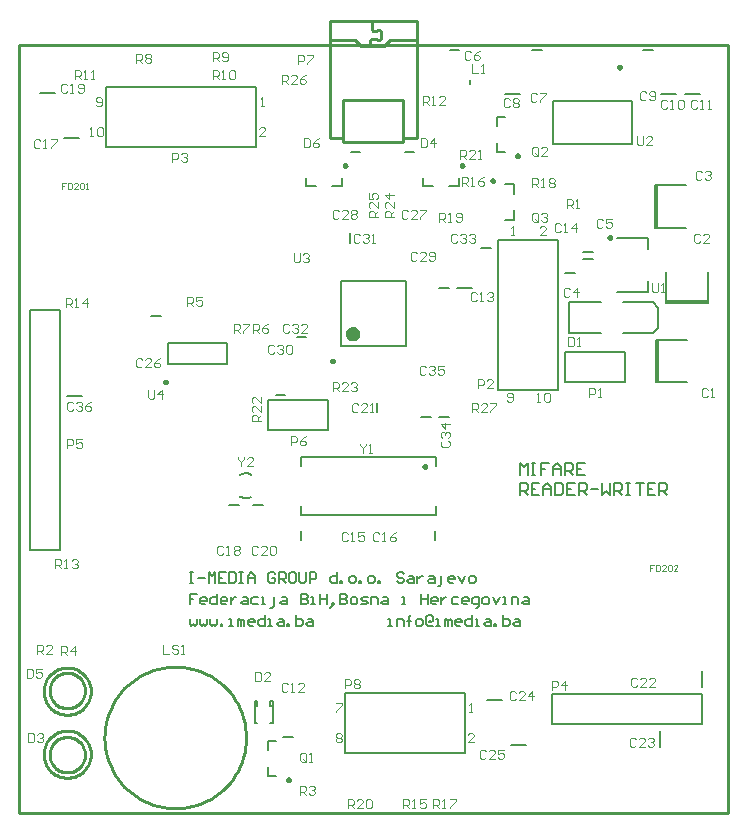
<source format=gto>
%FSDAX24Y24*%
%MOIN*%
%SFA1B1*%

%IPPOS*%
%ADD32C,0.010000*%
%ADD49C,0.009800*%
%ADD50C,0.007900*%
%ADD51C,0.023600*%
%ADD52C,0.008000*%
%ADD53C,0.003900*%
%ADD54C,0.004000*%
%LNde-300617-1*%
%LPD*%
G54D32*
X020112Y014900D02*
D01*
X020106Y015064*
X020089Y015228*
X020060Y015391*
X020020Y015551*
X019969Y015707*
X019907Y015860*
X019835Y016008*
X019753Y016151*
X019660Y016288*
X019559Y016418*
X019449Y016540*
X019330Y016655*
X019204Y016761*
X019070Y016858*
X018931Y016945*
X018785Y017022*
X018634Y017090*
X018479Y017146*
X018321Y017191*
X018160Y017226*
X017996Y017249*
X017832Y017260*
X017667*
X017503Y017249*
X017339Y017226*
X017178Y017191*
X017020Y017146*
X016865Y017090*
X016714Y017022*
X016568Y016945*
X016429Y016858*
X016295Y016761*
X016169Y016655*
X016050Y016540*
X015940Y016418*
X015839Y016288*
X015746Y016151*
X015664Y016008*
X015592Y015860*
X015530Y015707*
X015479Y015551*
X015439Y015391*
X015410Y015228*
X015393Y015064*
X015388Y014900*
X015393Y014735*
X015410Y014571*
X015439Y014408*
X015479Y014248*
X015530Y014092*
X015592Y013939*
X015664Y013791*
X015746Y013648*
X015839Y013511*
X015940Y013381*
X016050Y013259*
X016169Y013144*
X016295Y013038*
X016429Y012941*
X016569Y012854*
X016714Y012777*
X016865Y012709*
X017020Y012653*
X017178Y012608*
X017339Y012573*
X017503Y012550*
X017667Y012539*
X017832*
X017996Y012550*
X018160Y012573*
X018321Y012608*
X018479Y012653*
X018634Y012709*
X018785Y012777*
X018931Y012854*
X019070Y012941*
X019204Y013038*
X019330Y013144*
X019449Y013259*
X019559Y013381*
X019660Y013511*
X019753Y013648*
X019835Y013791*
X019907Y013939*
X019969Y014092*
X020020Y014248*
X020060Y014408*
X020089Y014571*
X020106Y014735*
X020112Y014900*
X014937Y016450D02*
D01*
X014935Y016504*
X014929Y016559*
X014919Y016613*
X014906Y016666*
X014889Y016719*
X014868Y016770*
X014844Y016819*
X014817Y016867*
X014786Y016912*
X014752Y016955*
X014716Y016996*
X014676Y017034*
X014634Y017070*
X014590Y017102*
X014543Y017131*
X014494Y017157*
X014444Y017179*
X014393Y017198*
X014340Y017213*
X014286Y017225*
X014232Y017232*
X014177Y017236*
X014122*
X014067Y017232*
X014013Y017225*
X013959Y017213*
X013906Y017198*
X013855Y017179*
X013805Y017157*
X013756Y017131*
X013709Y017102*
X013665Y017070*
X013623Y017034*
X013583Y016996*
X013547Y016955*
X013513Y016912*
X013482Y016867*
X013455Y016819*
X013431Y016770*
X013410Y016719*
X013393Y016666*
X013380Y016613*
X013370Y016559*
X013364Y016504*
X013363Y016450*
X013364Y016395*
X013370Y016340*
X013380Y016286*
X013393Y016233*
X013410Y016180*
X013431Y016129*
X013455Y016080*
X013482Y016032*
X013513Y015987*
X013547Y015944*
X013583Y015903*
X013623Y015865*
X013665Y015829*
X013709Y015797*
X013756Y015768*
X013805Y015742*
X013855Y015720*
X013906Y015701*
X013959Y015686*
X014013Y015674*
X014067Y015667*
X014122Y015663*
X014177*
X014232Y015667*
X014286Y015674*
X014340Y015686*
X014393Y015701*
X014444Y015720*
X014494Y015742*
X014543Y015768*
X014590Y015797*
X014634Y015829*
X014676Y015865*
X014716Y015903*
X014752Y015944*
X014786Y015987*
X014817Y016032*
X014844Y016080*
X014868Y016129*
X014889Y016180*
X014906Y016233*
X014919Y016286*
X014929Y016340*
X014935Y016395*
X014937Y016450*
X014741Y016469D02*
D01*
X014739Y016510*
X014735Y016551*
X014728Y016591*
X014718Y016631*
X014705Y016671*
X014689Y016709*
X014671Y016746*
X014651Y016782*
X014628Y016816*
X014602Y016848*
X014575Y016879*
X014545Y016908*
X014513Y016934*
X014480Y016958*
X014445Y016980*
X014409Y017000*
X014371Y017016*
X014332Y017031*
X014292Y017042*
X014252Y017051*
X014211Y017056*
X014170Y017059*
X014129*
X014088Y017056*
X014047Y017051*
X014007Y017042*
X013967Y017031*
X013928Y017016*
X013890Y017000*
X013854Y016980*
X013819Y016958*
X013786Y016934*
X013754Y016908*
X013724Y016879*
X013697Y016848*
X013671Y016816*
X013648Y016782*
X013628Y016746*
X013610Y016709*
X013594Y016671*
X013581Y016631*
X013571Y016591*
X013564Y016551*
X013560Y016510*
X013559Y016469*
X013560Y016427*
X013564Y016386*
X013571Y016346*
X013581Y016306*
X013594Y016266*
X013610Y016228*
X013628Y016191*
X013648Y016155*
X013671Y016121*
X013697Y016089*
X013724Y016058*
X013754Y016029*
X013786Y016003*
X013819Y015979*
X013854Y015957*
X013890Y015937*
X013928Y015921*
X013967Y015906*
X014007Y015895*
X014047Y015886*
X014088Y015881*
X014129Y015878*
X014170*
X014211Y015881*
X014252Y015886*
X014292Y015895*
X014332Y015906*
X014371Y015921*
X014409Y015937*
X014445Y015957*
X014480Y015979*
X014513Y016003*
X014545Y016029*
X014575Y016058*
X014602Y016089*
X014628Y016121*
X014651Y016155*
X014671Y016191*
X014689Y016228*
X014705Y016266*
X014718Y016306*
X014728Y016346*
X014735Y016386*
X014739Y016427*
X014741Y016469*
X014937Y014350D02*
D01*
X014935Y014404*
X014929Y014459*
X014919Y014513*
X014906Y014566*
X014889Y014619*
X014868Y014670*
X014844Y014719*
X014817Y014767*
X014786Y014812*
X014752Y014855*
X014716Y014896*
X014676Y014934*
X014634Y014970*
X014590Y015002*
X014543Y015031*
X014494Y015057*
X014444Y015079*
X014393Y015098*
X014340Y015113*
X014286Y015125*
X014232Y015132*
X014177Y015136*
X014122*
X014067Y015132*
X014013Y015125*
X013959Y015113*
X013906Y015098*
X013855Y015079*
X013805Y015057*
X013756Y015031*
X013709Y015002*
X013665Y014970*
X013623Y014934*
X013583Y014896*
X013547Y014855*
X013513Y014812*
X013482Y014767*
X013455Y014719*
X013431Y014670*
X013410Y014619*
X013393Y014566*
X013380Y014513*
X013370Y014459*
X013364Y014404*
X013363Y014350*
X013364Y014295*
X013370Y014240*
X013380Y014186*
X013393Y014133*
X013410Y014080*
X013431Y014029*
X013455Y013980*
X013482Y013932*
X013513Y013887*
X013547Y013844*
X013583Y013803*
X013623Y013765*
X013665Y013729*
X013709Y013697*
X013756Y013668*
X013805Y013642*
X013855Y013620*
X013906Y013601*
X013959Y013586*
X014013Y013574*
X014067Y013567*
X014122Y013563*
X014177*
X014232Y013567*
X014286Y013574*
X014340Y013586*
X014393Y013601*
X014444Y013620*
X014494Y013642*
X014543Y013668*
X014590Y013697*
X014634Y013729*
X014676Y013765*
X014716Y013803*
X014752Y013844*
X014786Y013887*
X014817Y013932*
X014844Y013980*
X014868Y014029*
X014889Y014080*
X014906Y014133*
X014919Y014186*
X014929Y014240*
X014935Y014295*
X014937Y014350*
X014741Y014331D02*
D01*
X014739Y014372*
X014735Y014413*
X014728Y014453*
X014718Y014493*
X014705Y014533*
X014689Y014571*
X014671Y014608*
X014651Y014644*
X014628Y014678*
X014602Y014710*
X014575Y014741*
X014545Y014770*
X014513Y014796*
X014480Y014820*
X014445Y014842*
X014409Y014862*
X014371Y014878*
X014332Y014893*
X014292Y014904*
X014252Y014913*
X014211Y014918*
X014170Y014921*
X014129*
X014088Y014918*
X014047Y014913*
X014007Y014904*
X013967Y014893*
X013928Y014878*
X013890Y014862*
X013854Y014842*
X013819Y014820*
X013786Y014796*
X013754Y014770*
X013724Y014741*
X013697Y014710*
X013671Y014678*
X013648Y014644*
X013628Y014608*
X013610Y014571*
X013594Y014533*
X013581Y014493*
X013571Y014453*
X013564Y014413*
X013560Y014372*
X013559Y014331*
X013560Y014289*
X013564Y014248*
X013571Y014208*
X013581Y014168*
X013594Y014128*
X013610Y014090*
X013628Y014053*
X013648Y014017*
X013671Y013983*
X013697Y013951*
X013724Y013920*
X013754Y013891*
X013786Y013865*
X013819Y013841*
X013854Y013819*
X013890Y013799*
X013928Y013783*
X013967Y013768*
X014007Y013757*
X014047Y013748*
X014088Y013743*
X014129Y013740*
X014170*
X014211Y013743*
X014252Y013748*
X014292Y013757*
X014332Y013768*
X014371Y013783*
X014409Y013799*
X014445Y013819*
X014480Y013841*
X014513Y013865*
X014545Y013891*
X014575Y013920*
X014602Y013951*
X014628Y013983*
X014651Y014017*
X014671Y014053*
X014689Y014090*
X014705Y014128*
X014718Y014168*
X014728Y014208*
X014735Y014248*
X014739Y014289*
X014741Y014331*
X023350Y034750D02*
X025350D01*
X023350D02*
Y035900D01*
Y036150*
X025350*
Y034750D02*
Y036150D01*
Y034900D02*
X025800D01*
X022900D02*
X023350D01*
X022900D02*
Y038778D01*
X025800Y034900D02*
Y038778D01*
X022900D02*
X025800D01*
X024900Y038150D02*
X025800D01*
X024700Y037950D02*
X024900Y038150D01*
X023950Y037950D02*
X024700D01*
X023750Y038150D02*
X023950Y037950D01*
X022900Y038150D02*
X023750D01*
X024250Y037950D02*
Y038150D01*
X024300Y038200*
X024450*
X024500Y038150*
X024550*
X024600Y038200*
Y038450*
X024550Y038500D02*
X024600Y038450D01*
X024500Y038500D02*
X024550D01*
X024450Y038450D02*
X024500Y038500D01*
X024350Y038450D02*
X024450D01*
X024300Y038500D02*
X024350Y038450D01*
X024300Y038500D02*
Y038778D01*
X012550Y012400D02*
Y037991D01*
X036172*
Y012400D02*
Y037991D01*
X012550Y012400D02*
X036172D01*
G54D49*
X017465Y026755D02*
D01*
X017464Y026758*
X017464Y026761*
X017463Y026765*
X017463Y026768*
X017462Y026771*
X017460Y026774*
X017459Y026778*
X017457Y026780*
X017455Y026783*
X017453Y026786*
X017451Y026789*
X017448Y026791*
X017446Y026793*
X017443Y026795*
X017440Y026797*
X017437Y026799*
X017434Y026800*
X017431Y026801*
X017427Y026802*
X017424Y026803*
X017421Y026803*
X017417Y026803*
X017414*
X017410Y026803*
X017407Y026803*
X017404Y026802*
X017400Y026801*
X017397Y026800*
X017394Y026799*
X017391Y026797*
X017388Y026795*
X017385Y026793*
X017383Y026791*
X017380Y026789*
X017378Y026786*
X017376Y026783*
X017374Y026780*
X017372Y026778*
X017371Y026774*
X017369Y026771*
X017368Y026768*
X017368Y026765*
X017367Y026761*
X017367Y026758*
X017367Y026755*
X017367Y026751*
X017367Y026748*
X017368Y026744*
X017368Y026741*
X017369Y026738*
X017371Y026735*
X017372Y026731*
X017374Y026729*
X017376Y026726*
X017378Y026723*
X017380Y026720*
X017383Y026718*
X017385Y026716*
X017388Y026714*
X017391Y026712*
X017394Y026710*
X017397Y026709*
X017400Y026708*
X017404Y026707*
X017407Y026706*
X017410Y026706*
X017414Y026706*
X017417*
X017421Y026706*
X017424Y026706*
X017427Y026707*
X017431Y026708*
X017434Y026709*
X017437Y026710*
X017440Y026712*
X017443Y026714*
X017446Y026716*
X017448Y026718*
X017451Y026720*
X017453Y026723*
X017455Y026726*
X017457Y026729*
X017459Y026731*
X017460Y026735*
X017462Y026738*
X017463Y026741*
X017463Y026744*
X017464Y026748*
X017464Y026751*
X017465Y026755*
X026119Y023930D02*
D01*
X026118Y023933*
X026118Y023936*
X026117Y023940*
X026117Y023943*
X026116Y023946*
X026114Y023949*
X026113Y023953*
X026111Y023955*
X026109Y023958*
X026107Y023961*
X026105Y023964*
X026102Y023966*
X026100Y023968*
X026097Y023970*
X026094Y023972*
X026091Y023974*
X026088Y023975*
X026085Y023976*
X026081Y023977*
X026078Y023978*
X026075Y023978*
X026071Y023978*
X026068*
X026064Y023978*
X026061Y023978*
X026058Y023977*
X026054Y023976*
X026051Y023975*
X026048Y023974*
X026045Y023972*
X026042Y023970*
X026039Y023968*
X026037Y023966*
X026034Y023964*
X026032Y023961*
X026030Y023958*
X026028Y023955*
X026026Y023953*
X026025Y023949*
X026023Y023946*
X026022Y023943*
X026022Y023940*
X026021Y023936*
X026021Y023933*
X026021Y023930*
X026021Y023926*
X026021Y023923*
X026022Y023919*
X026022Y023916*
X026023Y023913*
X026025Y023910*
X026026Y023906*
X026028Y023904*
X026030Y023901*
X026032Y023898*
X026034Y023895*
X026037Y023893*
X026039Y023891*
X026042Y023889*
X026045Y023887*
X026048Y023885*
X026051Y023884*
X026054Y023883*
X026058Y023882*
X026061Y023881*
X026064Y023881*
X026068Y023881*
X026071*
X026075Y023881*
X026078Y023881*
X026081Y023882*
X026085Y023883*
X026088Y023884*
X026091Y023885*
X026094Y023887*
X026097Y023889*
X026100Y023891*
X026102Y023893*
X026105Y023895*
X026107Y023898*
X026109Y023901*
X026111Y023904*
X026113Y023906*
X026114Y023910*
X026116Y023913*
X026117Y023916*
X026117Y023919*
X026118Y023923*
X026118Y023926*
X026119Y023930*
X032605Y037250D02*
D01*
X032604Y037253*
X032604Y037256*
X032603Y037260*
X032603Y037263*
X032602Y037266*
X032600Y037269*
X032599Y037273*
X032597Y037275*
X032595Y037278*
X032593Y037281*
X032591Y037284*
X032588Y037286*
X032586Y037288*
X032583Y037290*
X032580Y037292*
X032577Y037294*
X032574Y037295*
X032571Y037296*
X032567Y037297*
X032564Y037298*
X032561Y037298*
X032557Y037298*
X032554*
X032550Y037298*
X032547Y037298*
X032544Y037297*
X032540Y037296*
X032537Y037295*
X032534Y037294*
X032531Y037292*
X032528Y037290*
X032525Y037288*
X032523Y037286*
X032520Y037284*
X032518Y037281*
X032516Y037278*
X032514Y037275*
X032512Y037273*
X032511Y037269*
X032509Y037266*
X032508Y037263*
X032508Y037260*
X032507Y037256*
X032507Y037253*
X032507Y037250*
X032507Y037246*
X032507Y037243*
X032508Y037239*
X032508Y037236*
X032509Y037233*
X032511Y037230*
X032512Y037226*
X032514Y037224*
X032516Y037221*
X032518Y037218*
X032520Y037215*
X032523Y037213*
X032525Y037211*
X032528Y037209*
X032531Y037207*
X032534Y037205*
X032537Y037204*
X032540Y037203*
X032544Y037202*
X032547Y037201*
X032550Y037201*
X032554Y037201*
X032557*
X032561Y037201*
X032564Y037201*
X032567Y037202*
X032571Y037203*
X032574Y037204*
X032577Y037205*
X032580Y037207*
X032583Y037209*
X032586Y037211*
X032588Y037213*
X032591Y037215*
X032593Y037218*
X032595Y037221*
X032597Y037224*
X032599Y037226*
X032600Y037230*
X032602Y037233*
X032603Y037236*
X032603Y037239*
X032604Y037243*
X032604Y037246*
X032605Y037250*
X023041Y027456D02*
D01*
X023040Y027459*
X023040Y027462*
X023039Y027466*
X023039Y027469*
X023038Y027472*
X023036Y027475*
X023035Y027479*
X023033Y027481*
X023031Y027484*
X023029Y027487*
X023027Y027490*
X023024Y027492*
X023022Y027494*
X023019Y027496*
X023016Y027498*
X023013Y027500*
X023010Y027501*
X023007Y027502*
X023003Y027503*
X023000Y027504*
X022997Y027504*
X022993Y027504*
X022990*
X022986Y027504*
X022983Y027504*
X022980Y027503*
X022976Y027502*
X022973Y027501*
X022970Y027500*
X022967Y027498*
X022964Y027496*
X022961Y027494*
X022959Y027492*
X022956Y027490*
X022954Y027487*
X022952Y027484*
X022950Y027481*
X022948Y027479*
X022947Y027475*
X022945Y027472*
X022944Y027469*
X022944Y027466*
X022943Y027462*
X022943Y027459*
X022943Y027456*
X022943Y027452*
X022943Y027449*
X022944Y027445*
X022944Y027442*
X022945Y027439*
X022947Y027436*
X022948Y027432*
X022950Y027430*
X022952Y027427*
X022954Y027424*
X022956Y027421*
X022959Y027419*
X022961Y027417*
X022964Y027415*
X022967Y027413*
X022970Y027411*
X022973Y027410*
X022976Y027409*
X022980Y027408*
X022983Y027407*
X022986Y027407*
X022990Y027407*
X022993*
X022997Y027407*
X023000Y027407*
X023003Y027408*
X023007Y027409*
X023010Y027410*
X023013Y027411*
X023016Y027413*
X023019Y027415*
X023022Y027417*
X023024Y027419*
X023027Y027421*
X023029Y027424*
X023031Y027427*
X023033Y027430*
X023035Y027432*
X023036Y027436*
X023038Y027439*
X023039Y027442*
X023039Y027445*
X023040Y027449*
X023040Y027452*
X023041Y027456*
X032281Y031575D02*
D01*
X032280Y031578*
X032280Y031581*
X032279Y031585*
X032279Y031588*
X032278Y031591*
X032276Y031594*
X032275Y031598*
X032273Y031600*
X032271Y031603*
X032269Y031606*
X032267Y031609*
X032264Y031611*
X032262Y031613*
X032259Y031615*
X032256Y031617*
X032253Y031619*
X032250Y031620*
X032247Y031621*
X032243Y031622*
X032240Y031623*
X032237Y031623*
X032233Y031623*
X032230*
X032226Y031623*
X032223Y031623*
X032220Y031622*
X032216Y031621*
X032213Y031620*
X032210Y031619*
X032207Y031617*
X032204Y031615*
X032201Y031613*
X032199Y031611*
X032196Y031609*
X032194Y031606*
X032192Y031603*
X032190Y031600*
X032188Y031598*
X032187Y031594*
X032185Y031591*
X032184Y031588*
X032184Y031585*
X032183Y031581*
X032183Y031578*
X032183Y031575*
X032183Y031571*
X032183Y031568*
X032184Y031564*
X032184Y031561*
X032185Y031558*
X032187Y031555*
X032188Y031551*
X032190Y031549*
X032192Y031546*
X032194Y031543*
X032196Y031540*
X032199Y031538*
X032201Y031536*
X032204Y031534*
X032207Y031532*
X032210Y031530*
X032213Y031529*
X032216Y031528*
X032220Y031527*
X032223Y031526*
X032226Y031526*
X032230Y031526*
X032233*
X032237Y031526*
X032240Y031526*
X032243Y031527*
X032247Y031528*
X032250Y031529*
X032253Y031530*
X032256Y031532*
X032259Y031534*
X032262Y031536*
X032264Y031538*
X032267Y031540*
X032269Y031543*
X032271Y031546*
X032273Y031549*
X032275Y031551*
X032276Y031555*
X032278Y031558*
X032279Y031561*
X032279Y031564*
X032280Y031568*
X032280Y031571*
X032281Y031575*
X021563Y013491D02*
D01*
X021562Y013494*
X021562Y013497*
X021561Y013501*
X021561Y013504*
X021560Y013507*
X021558Y013510*
X021557Y013514*
X021555Y013516*
X021553Y013519*
X021551Y013522*
X021549Y013525*
X021546Y013527*
X021544Y013529*
X021541Y013531*
X021538Y013533*
X021535Y013535*
X021532Y013536*
X021529Y013537*
X021525Y013538*
X021522Y013539*
X021519Y013539*
X021515Y013539*
X021512*
X021508Y013539*
X021505Y013539*
X021502Y013538*
X021498Y013537*
X021495Y013536*
X021492Y013535*
X021489Y013533*
X021486Y013531*
X021483Y013529*
X021481Y013527*
X021478Y013525*
X021476Y013522*
X021474Y013519*
X021472Y013516*
X021470Y013514*
X021469Y013510*
X021467Y013507*
X021466Y013504*
X021466Y013501*
X021465Y013497*
X021465Y013494*
X021465Y013491*
X021465Y013487*
X021465Y013484*
X021466Y013480*
X021466Y013477*
X021467Y013474*
X021469Y013471*
X021470Y013467*
X021472Y013465*
X021474Y013462*
X021476Y013459*
X021478Y013456*
X021481Y013454*
X021483Y013452*
X021486Y013450*
X021489Y013448*
X021492Y013446*
X021495Y013445*
X021498Y013444*
X021502Y013443*
X021505Y013442*
X021508Y013442*
X021512Y013442*
X021515*
X021519Y013442*
X021522Y013442*
X021525Y013443*
X021529Y013444*
X021532Y013445*
X021535Y013446*
X021538Y013448*
X021541Y013450*
X021544Y013452*
X021546Y013454*
X021549Y013456*
X021551Y013459*
X021553Y013462*
X021555Y013465*
X021557Y013467*
X021558Y013471*
X021560Y013474*
X021561Y013477*
X021561Y013480*
X021562Y013484*
X021562Y013487*
X021563Y013491*
X028386Y033459D02*
D01*
X028385Y033462*
X028385Y033465*
X028384Y033469*
X028384Y033472*
X028383Y033475*
X028381Y033478*
X028380Y033482*
X028378Y033484*
X028376Y033487*
X028374Y033490*
X028372Y033493*
X028369Y033495*
X028367Y033497*
X028364Y033499*
X028361Y033501*
X028358Y033503*
X028355Y033504*
X028352Y033505*
X028348Y033506*
X028345Y033507*
X028342Y033507*
X028338Y033507*
X028335*
X028331Y033507*
X028328Y033507*
X028325Y033506*
X028321Y033505*
X028318Y033504*
X028315Y033503*
X028312Y033501*
X028309Y033499*
X028306Y033497*
X028304Y033495*
X028301Y033493*
X028299Y033490*
X028297Y033487*
X028295Y033484*
X028293Y033482*
X028292Y033478*
X028290Y033475*
X028289Y033472*
X028289Y033469*
X028288Y033465*
X028288Y033462*
X028288Y033459*
X028288Y033455*
X028288Y033452*
X028289Y033448*
X028289Y033445*
X028290Y033442*
X028292Y033439*
X028293Y033435*
X028295Y033433*
X028297Y033430*
X028299Y033427*
X028301Y033424*
X028304Y033422*
X028306Y033420*
X028309Y033418*
X028312Y033416*
X028315Y033414*
X028318Y033413*
X028321Y033412*
X028325Y033411*
X028328Y033410*
X028331Y033410*
X028335Y033410*
X028338*
X028342Y033410*
X028345Y033410*
X028348Y033411*
X028352Y033412*
X028355Y033413*
X028358Y033414*
X028361Y033416*
X028364Y033418*
X028367Y033420*
X028369Y033422*
X028372Y033424*
X028374Y033427*
X028376Y033430*
X028378Y033433*
X028380Y033435*
X028381Y033439*
X028383Y033442*
X028384Y033445*
X028384Y033448*
X028385Y033452*
X028385Y033455*
X028386Y033459*
X029213Y034291D02*
D01*
X029212Y034294*
X029212Y034297*
X029211Y034301*
X029211Y034304*
X029210Y034307*
X029208Y034310*
X029207Y034314*
X029205Y034316*
X029203Y034319*
X029201Y034322*
X029199Y034325*
X029196Y034327*
X029194Y034329*
X029191Y034331*
X029188Y034333*
X029185Y034335*
X029182Y034336*
X029179Y034337*
X029175Y034338*
X029172Y034339*
X029169Y034339*
X029165Y034339*
X029162*
X029158Y034339*
X029155Y034339*
X029152Y034338*
X029148Y034337*
X029145Y034336*
X029142Y034335*
X029139Y034333*
X029136Y034331*
X029133Y034329*
X029131Y034327*
X029128Y034325*
X029126Y034322*
X029124Y034319*
X029122Y034316*
X029120Y034314*
X029119Y034310*
X029117Y034307*
X029116Y034304*
X029116Y034301*
X029115Y034297*
X029115Y034294*
X029115Y034291*
X029115Y034287*
X029115Y034284*
X029116Y034280*
X029116Y034277*
X029117Y034274*
X029119Y034271*
X029120Y034267*
X029122Y034265*
X029124Y034262*
X029126Y034259*
X029128Y034256*
X029131Y034254*
X029133Y034252*
X029136Y034250*
X029139Y034248*
X029142Y034246*
X029145Y034245*
X029148Y034244*
X029152Y034243*
X029155Y034242*
X029158Y034242*
X029162Y034242*
X029165*
X029169Y034242*
X029172Y034242*
X029175Y034243*
X029179Y034244*
X029182Y034245*
X029185Y034246*
X029188Y034248*
X029191Y034250*
X029194Y034252*
X029196Y034254*
X029199Y034256*
X029201Y034259*
X029203Y034262*
X029205Y034265*
X029207Y034267*
X029208Y034271*
X029210Y034274*
X029211Y034277*
X029211Y034280*
X029212Y034284*
X029212Y034287*
X029213Y034291*
X027358Y033963D02*
D01*
X027357Y033966*
X027357Y033969*
X027356Y033973*
X027356Y033976*
X027355Y033979*
X027353Y033982*
X027352Y033986*
X027350Y033988*
X027348Y033991*
X027346Y033994*
X027344Y033997*
X027341Y033999*
X027339Y034001*
X027336Y034003*
X027333Y034005*
X027330Y034007*
X027327Y034008*
X027324Y034009*
X027320Y034010*
X027317Y034011*
X027314Y034011*
X027310Y034011*
X027307*
X027303Y034011*
X027300Y034011*
X027297Y034010*
X027293Y034009*
X027290Y034008*
X027287Y034007*
X027284Y034005*
X027281Y034003*
X027278Y034001*
X027276Y033999*
X027273Y033997*
X027271Y033994*
X027269Y033991*
X027267Y033988*
X027265Y033986*
X027264Y033982*
X027262Y033979*
X027261Y033976*
X027261Y033973*
X027260Y033969*
X027260Y033966*
X027260Y033963*
X027260Y033959*
X027260Y033956*
X027261Y033952*
X027261Y033949*
X027262Y033946*
X027264Y033943*
X027265Y033939*
X027267Y033937*
X027269Y033934*
X027271Y033931*
X027273Y033928*
X027276Y033926*
X027278Y033924*
X027281Y033922*
X027284Y033920*
X027287Y033918*
X027290Y033917*
X027293Y033916*
X027297Y033915*
X027300Y033914*
X027303Y033914*
X027307Y033914*
X027310*
X027314Y033914*
X027317Y033914*
X027320Y033915*
X027324Y033916*
X027327Y033917*
X027330Y033918*
X027333Y033920*
X027336Y033922*
X027339Y033924*
X027341Y033926*
X027344Y033928*
X027346Y033931*
X027348Y033934*
X027350Y033937*
X027352Y033939*
X027353Y033943*
X027355Y033946*
X027356Y033949*
X027356Y033952*
X027357Y033956*
X027357Y033959*
X027358Y033963*
X023458D02*
D01*
X023457Y033966*
X023457Y033969*
X023456Y033973*
X023456Y033976*
X023455Y033979*
X023453Y033982*
X023452Y033986*
X023450Y033988*
X023448Y033991*
X023446Y033994*
X023444Y033997*
X023441Y033999*
X023439Y034001*
X023436Y034003*
X023433Y034005*
X023430Y034007*
X023427Y034008*
X023424Y034009*
X023420Y034010*
X023417Y034011*
X023414Y034011*
X023410Y034011*
X023407*
X023403Y034011*
X023400Y034011*
X023397Y034010*
X023393Y034009*
X023390Y034008*
X023387Y034007*
X023384Y034005*
X023381Y034003*
X023378Y034001*
X023376Y033999*
X023373Y033997*
X023371Y033994*
X023369Y033991*
X023367Y033988*
X023365Y033986*
X023364Y033982*
X023362Y033979*
X023361Y033976*
X023361Y033973*
X023360Y033969*
X023360Y033966*
X023360Y033963*
X023360Y033959*
X023360Y033956*
X023361Y033952*
X023361Y033949*
X023362Y033946*
X023364Y033943*
X023365Y033939*
X023367Y033937*
X023369Y033934*
X023371Y033931*
X023373Y033928*
X023376Y033926*
X023378Y033924*
X023381Y033922*
X023384Y033920*
X023387Y033918*
X023390Y033917*
X023393Y033916*
X023397Y033915*
X023400Y033914*
X023403Y033914*
X023407Y033914*
X023410*
X023414Y033914*
X023417Y033914*
X023420Y033915*
X023424Y033916*
X023427Y033917*
X023430Y033918*
X023433Y033920*
X023436Y033922*
X023439Y033924*
X023441Y033926*
X023444Y033928*
X023446Y033931*
X023448Y033934*
X023450Y033937*
X023452Y033939*
X023453Y033943*
X023455Y033946*
X023456Y033949*
X023456Y033952*
X023457Y033956*
X023457Y033959*
X023458Y033963*
G54D50*
X019893Y022942D02*
D01*
X019918Y022928*
X019944Y022916*
X019971Y022906*
X019999Y022898*
X020027Y022892*
X020056Y022888*
X020085Y022886*
X020114Y022886*
X020142Y022888*
X020171Y022892*
X020199Y022898*
X020227Y022906*
X020254Y022916*
X020281Y022928*
X020288Y022932*
Y023668D02*
D01*
X020261Y023680*
X020234Y023690*
X020207Y023699*
X020179Y023705*
X020150Y023710*
X020122Y023712*
X020093Y023713*
X020064Y023711*
X020035Y023708*
X020007Y023702*
X019979Y023695*
X019952Y023685*
X019925Y023674*
X019900Y023661*
X019893Y023658*
X016943Y028969D02*
X017257D01*
X019484Y027346D02*
Y028054D01*
X017516Y027346D02*
Y028054D01*
X019484*
X017516Y027346D02*
X019484D01*
X026893Y037819D02*
X027207D01*
X027567Y036691D02*
Y036809D01*
X031343Y031081D02*
X031657D01*
X031343Y030869D02*
X031657D01*
X033855Y028565D02*
Y029235D01*
X033678Y029412D02*
X033855Y029235D01*
X033678Y028388D02*
X033855Y028565D01*
X030863Y029412D02*
X031926D01*
X030863Y028388D02*
X031926D01*
X030863D02*
Y029412D01*
X032674D02*
X033678D01*
X032674Y028388D02*
X033678D01*
X033728Y033309D02*
X034772D01*
X033728Y031891D02*
X034772D01*
X033728D02*
Y033309D01*
X033803Y031891D02*
Y033309D01*
X012900Y021150D02*
Y029150D01*
Y021150D02*
X013900D01*
Y029150*
X012900D02*
X013900D01*
X021956Y022335D02*
X026444D01*
X021956D02*
Y022631D01*
X026444Y023969D02*
Y024265D01*
X021956D02*
X026444D01*
X021956Y023969D02*
Y024265D01*
X026444Y022335D02*
Y022631D01*
X023569Y031393D02*
Y031707D01*
X030750Y026750D02*
X032750D01*
Y027750*
X030750D02*
X032750D01*
X030750Y026750D02*
Y027750D01*
X030300Y015350D02*
Y016350D01*
X035300*
X030300Y015350D02*
X035300D01*
Y016350*
X035298Y016594D02*
Y017106D01*
X032969Y034672D02*
Y036128D01*
X030331D02*
X032969D01*
X030331Y034672D02*
Y036128D01*
Y034672D02*
X032969D01*
X034744Y036352D02*
X035256D01*
X033944D02*
X034456D01*
X024481Y025743D02*
Y026057D01*
X020850Y026150D02*
X022850D01*
X020850Y025150D02*
Y026150D01*
Y025150D02*
X022850D01*
Y026150*
X026419Y021488D02*
Y021803D01*
X021931Y021488D02*
Y021803D01*
X019543Y022669D02*
X019857D01*
X020343D02*
X020657D01*
X021793Y028269D02*
X022107D01*
X021093Y026331D02*
X021407D01*
X023267Y027967D02*
X025433D01*
X023267Y030133D02*
X025433D01*
X023267Y027967D02*
Y030133D01*
X025433Y027967D02*
Y030133D01*
X027144Y029881D02*
X027656D01*
X026543D02*
X026857D01*
X026543Y025581D02*
X026857D01*
X025943D02*
X026257D01*
X014144Y026302D02*
X014656D01*
X023400Y014400D02*
Y016400D01*
X027400Y014400D02*
Y016400D01*
X023400Y014400D02*
X027400D01*
X023400Y016400D02*
X027400D01*
X028500Y026500D02*
X030500D01*
X028500Y031500D02*
X030500D01*
Y026500D02*
Y031500D01*
X028500Y026500D02*
Y031500D01*
X030743Y030381D02*
X031057D01*
X027943Y031219D02*
X028257D01*
X033902Y014594D02*
Y015106D01*
X032488Y031556D02*
X033512D01*
Y031181D02*
Y031556D01*
X032488Y029744D02*
X033512D01*
Y030119*
X034091Y029378D02*
Y030422D01*
X035509Y029378D02*
Y030422D01*
X034091Y029378D02*
X035509D01*
X034091Y029453D02*
X035509D01*
X033778Y028159D02*
X034822D01*
X033778Y026741D02*
X034822D01*
X033778D02*
Y028159D01*
X033853Y026741D02*
Y028159D01*
X028744Y036352D02*
X029256D01*
X029643Y037819D02*
X029957D01*
X033343D02*
X033657D01*
X020824Y014476D02*
Y014791D01*
X021100*
X020824Y013609D02*
Y013924D01*
Y013609D02*
X021100D01*
X023593Y034419D02*
X023907D01*
X025393D02*
X025707D01*
X028944Y014652D02*
X029456D01*
X028144Y016148D02*
X028656D01*
X013244Y036398D02*
X013756D01*
X014044Y034902D02*
X014556D01*
X015450Y034600D02*
Y036600D01*
X020450Y034600D02*
Y036600D01*
X015450Y034600D02*
X020450D01*
X015450Y036600D02*
X020450D01*
X029026Y032159D02*
Y032474D01*
X028750Y032159D02*
X029026D01*
Y033026D02*
Y033341D01*
X028750D02*
X029026D01*
X028474Y035276D02*
Y035591D01*
X028750*
X028474Y034409D02*
Y034724D01*
Y034409D02*
X028750D01*
X021343Y014931D02*
X021657D01*
X020917Y015967D02*
Y016124D01*
Y015967D02*
X020995D01*
X020405D02*
X020483D01*
Y016124*
X020405Y015376D02*
Y016124D01*
X020995Y015376D02*
Y016124D01*
X020405Y015376D02*
X020483D01*
X020405Y016124D02*
X020483D01*
X020917Y015376D02*
X020995D01*
X020917Y016124D02*
X020995D01*
X026009Y033274D02*
X026324D01*
X026009D02*
Y033550D01*
X026876Y033274D02*
X027191D01*
Y033550*
X022109Y033274D02*
X022424D01*
X022109D02*
Y033550D01*
X022976Y033274D02*
X023291D01*
Y033550*
G54D51*
X023779Y028361D02*
D01*
X023778Y028369*
X023777Y028377*
X023776Y028385*
X023774Y028393*
X023771Y028401*
X023768Y028408*
X023765Y028416*
X023761Y028423*
X023756Y028430*
X023751Y028436*
X023745Y028442*
X023739Y028448*
X023733Y028453*
X023726Y028458*
X023720Y028463*
X023712Y028467*
X023705Y028470*
X023697Y028473*
X023689Y028475*
X023681Y028477*
X023673Y028478*
X023665Y028478*
X023656*
X023648Y028478*
X023640Y028477*
X023632Y028475*
X023624Y028473*
X023616Y028470*
X023609Y028467*
X023602Y028463*
X023595Y028458*
X023588Y028453*
X023582Y028448*
X023576Y028442*
X023570Y028436*
X023565Y028430*
X023560Y028423*
X023556Y028416*
X023553Y028408*
X023550Y028401*
X023547Y028393*
X023545Y028385*
X023544Y028377*
X023543Y028369*
X023543Y028361*
X023543Y028352*
X023544Y028344*
X023545Y028336*
X023547Y028328*
X023550Y028320*
X023553Y028313*
X023556Y028305*
X023560Y028298*
X023565Y028291*
X023570Y028285*
X023576Y028279*
X023582Y028273*
X023588Y028268*
X023595Y028263*
X023602Y028258*
X023609Y028254*
X023616Y028251*
X023624Y028248*
X023632Y028246*
X023640Y028244*
X023648Y028243*
X023656Y028243*
X023665*
X023673Y028243*
X023681Y028244*
X023689Y028246*
X023697Y028248*
X023705Y028251*
X023712Y028254*
X023720Y028258*
X023726Y028263*
X023733Y028268*
X023739Y028273*
X023745Y028279*
X023751Y028285*
X023756Y028291*
X023761Y028298*
X023765Y028305*
X023768Y028313*
X023771Y028320*
X023774Y028328*
X023776Y028336*
X023777Y028344*
X023778Y028352*
X023779Y028361*
G54D52*
X029230Y023644D02*
Y024038D01*
X029361Y023907*
X029492Y024038*
Y023644*
X029624Y024038D02*
X029755D01*
X029689*
Y023644*
X029624*
X029755*
X030214Y024038D02*
X029952D01*
Y023841*
X030083*
X029952*
Y023644*
X030345D02*
Y023907D01*
X030476Y024038*
X030608Y023907*
Y023644*
Y023841*
X030345*
X030739Y023644D02*
Y024038D01*
X030935*
X031001Y023972*
Y023841*
X030935Y023775*
X030739*
X030870D02*
X031001Y023644D01*
X031395Y024038D02*
X031132D01*
Y023644*
X031395*
X031132Y023841D02*
X031263D01*
X029230Y022980D02*
Y023374D01*
X029427*
X029492Y023308*
Y023177*
X029427Y023111*
X029230*
X029361D02*
X029492Y022980D01*
X029886Y023374D02*
X029624D01*
Y022980*
X029886*
X029624Y023177D02*
X029755D01*
X030017Y022980D02*
Y023242D01*
X030148Y023374*
X030280Y023242*
Y022980*
Y023177*
X030017*
X030411Y023374D02*
Y022980D01*
X030608*
X030673Y023046*
Y023308*
X030608Y023374*
X030411*
X031067D02*
X030804D01*
Y022980*
X031067*
X030804Y023177D02*
X030935D01*
X031198Y022980D02*
Y023374D01*
X031395*
X031460Y023308*
Y023177*
X031395Y023111*
X031198*
X031329D02*
X031460Y022980D01*
X031591Y023177D02*
X031854D01*
X031985Y023374D02*
Y022980D01*
X032116Y023111*
X032247Y022980*
Y023374*
X032379Y022980D02*
Y023374D01*
X032575*
X032641Y023308*
Y023177*
X032575Y023111*
X032379*
X032510D02*
X032641Y022980D01*
X032772Y023374D02*
X032903D01*
X032838*
Y022980*
X032772*
X032903*
X033100Y023374D02*
X033363D01*
X033231*
Y022980*
X033756Y023374D02*
X033494D01*
Y022980*
X033756*
X033494Y023177D02*
X033625D01*
X033887Y022980D02*
Y023374D01*
X034084*
X034150Y023308*
Y023177*
X034084Y023111*
X033887*
X034018D02*
X034150Y022980D01*
X018230Y020406D02*
X018344D01*
X018287*
Y020064*
X018230*
X018344*
X018515Y020235D02*
X018744D01*
X018858Y020064D02*
Y020406D01*
X018972Y020292*
X019086Y020406*
Y020064*
X019428Y020406D02*
X019200D01*
Y020064*
X019428*
X019200Y020235D02*
X019314D01*
X019543Y020406D02*
Y020064D01*
X019714*
X019771Y020121*
Y020349*
X019714Y020406*
X019543*
X019885D02*
X019999D01*
X019942*
Y020064*
X019885*
X019999*
X020170D02*
Y020292D01*
X020284Y020406*
X020399Y020292*
Y020064*
Y020235*
X020170*
X021083Y020349D02*
X021026Y020406D01*
X020912*
X020855Y020349*
Y020121*
X020912Y020064*
X021026*
X021083Y020121*
Y020235*
X020969*
X021198Y020064D02*
Y020406D01*
X021369*
X021426Y020349*
Y020235*
X021369Y020178*
X021198*
X021312D02*
X021426Y020064D01*
X021711Y020406D02*
X021597D01*
X021540Y020349*
Y020121*
X021597Y020064*
X021711*
X021768Y020121*
Y020349*
X021711Y020406*
X021882D02*
Y020121D01*
X021939Y020064*
X022054*
X022111Y020121*
Y020406*
X022225Y020064D02*
Y020406D01*
X022396*
X022453Y020349*
Y020235*
X022396Y020178*
X022225*
X023138Y020406D02*
Y020064D01*
X022967*
X022910Y020121*
Y020235*
X022967Y020292*
X023138*
X023252Y020064D02*
Y020121D01*
X023309*
Y020064*
X023252*
X023594D02*
X023709D01*
X023766Y020121*
Y020235*
X023709Y020292*
X023594*
X023537Y020235*
Y020121*
X023594Y020064*
X023880D02*
Y020121D01*
X023937*
Y020064*
X023880*
X024222D02*
X024336D01*
X024393Y020121*
Y020235*
X024336Y020292*
X024222*
X024165Y020235*
Y020121*
X024222Y020064*
X024508D02*
Y020121D01*
X024565*
Y020064*
X024508*
X025364Y020349D02*
X025306Y020406D01*
X025192*
X025135Y020349*
Y020292*
X025192Y020235*
X025306*
X025364Y020178*
Y020121*
X025306Y020064*
X025192*
X025135Y020121*
X025535Y020292D02*
X025649D01*
X025706Y020235*
Y020064*
X025535*
X025478Y020121*
X025535Y020178*
X025706*
X025820Y020292D02*
Y020064D01*
Y020178*
X025877Y020235*
X025934Y020292*
X025991*
X026220D02*
X026334D01*
X026391Y020235*
Y020064*
X026220*
X026162Y020121*
X026220Y020178*
X026391*
X026505Y019950D02*
X026562D01*
X026619Y020007*
Y020292*
X027018Y020064D02*
X026904D01*
X026847Y020121*
Y020235*
X026904Y020292*
X027018*
X027076Y020235*
Y020178*
X026847*
X027190Y020292D02*
X027304Y020064D01*
X027418Y020292*
X027589Y020064D02*
X027703D01*
X027760Y020121*
Y020235*
X027703Y020292*
X027589*
X027532Y020235*
Y020121*
X027589Y020064*
X018458Y019689D02*
X018230D01*
Y019518*
X018344*
X018230*
Y019347*
X018744D02*
X018629D01*
X018572Y019404*
Y019518*
X018629Y019575*
X018744*
X018801Y019518*
Y019461*
X018572*
X019143Y019689D02*
Y019347D01*
X018972*
X018915Y019404*
Y019518*
X018972Y019575*
X019143*
X019428Y019347D02*
X019314D01*
X019257Y019404*
Y019518*
X019314Y019575*
X019428*
X019485Y019518*
Y019461*
X019257*
X019600Y019575D02*
Y019347D01*
Y019461*
X019657Y019518*
X019714Y019575*
X019771*
X019999D02*
X020113D01*
X020170Y019518*
Y019347*
X019999*
X019942Y019404*
X019999Y019461*
X020170*
X020513Y019575D02*
X020342D01*
X020284Y019518*
Y019404*
X020342Y019347*
X020513*
X020627D02*
X020741D01*
X020684*
Y019575*
X020627*
X020912Y019233D02*
X020969D01*
X021026Y019290*
Y019575*
X021312D02*
X021426D01*
X021483Y019518*
Y019347*
X021312*
X021255Y019404*
X021312Y019461*
X021483*
X021939Y019689D02*
Y019347D01*
X022111*
X022168Y019404*
Y019461*
X022111Y019518*
X021939*
X022111*
X022168Y019575*
Y019632*
X022111Y019689*
X021939*
X022282Y019347D02*
X022396D01*
X022339*
Y019575*
X022282*
X022567Y019689D02*
Y019347D01*
Y019518*
X022795*
Y019689*
Y019347*
X022967Y019290D02*
X023024Y019347D01*
Y019404*
X022967*
Y019347*
X023024*
X022967Y019290*
X022910Y019233*
X023252Y019689D02*
Y019347D01*
X023423*
X023480Y019404*
Y019461*
X023423Y019518*
X023252*
X023423*
X023480Y019575*
Y019632*
X023423Y019689*
X023252*
X023651Y019347D02*
X023766D01*
X023823Y019404*
Y019518*
X023766Y019575*
X023651*
X023594Y019518*
Y019404*
X023651Y019347*
X023937D02*
X024108D01*
X024165Y019404*
X024108Y019461*
X023994*
X023937Y019518*
X023994Y019575*
X024165*
X024279Y019347D02*
Y019575D01*
X024450*
X024508Y019518*
Y019347*
X024679Y019575D02*
X024793D01*
X024850Y019518*
Y019347*
X024679*
X024622Y019404*
X024679Y019461*
X024850*
X025306Y019347D02*
X025421D01*
X025364*
Y019575*
X025306*
X025934Y019689D02*
Y019347D01*
Y019518*
X026162*
Y019689*
Y019347*
X026448D02*
X026334D01*
X026277Y019404*
Y019518*
X026334Y019575*
X026448*
X026505Y019518*
Y019461*
X026277*
X026619Y019575D02*
Y019347D01*
Y019461*
X026676Y019518*
X026733Y019575*
X026790*
X027190D02*
X027018D01*
X026961Y019518*
Y019404*
X027018Y019347*
X027190*
X027475D02*
X027361D01*
X027304Y019404*
Y019518*
X027361Y019575*
X027475*
X027532Y019518*
Y019461*
X027304*
X027760Y019233D02*
X027817D01*
X027875Y019290*
Y019575*
X027703*
X027646Y019518*
Y019404*
X027703Y019347*
X027875*
X028046D02*
X028160D01*
X028217Y019404*
Y019518*
X028160Y019575*
X028046*
X027989Y019518*
Y019404*
X028046Y019347*
X028331Y019575D02*
X028445Y019347D01*
X028559Y019575*
X028673Y019347D02*
X028788D01*
X028731*
Y019575*
X028673*
X028959Y019347D02*
Y019575D01*
X029130*
X029187Y019518*
Y019347*
X029358Y019575D02*
X029472D01*
X029530Y019518*
Y019347*
X029358*
X029301Y019404*
X029358Y019461*
X029530*
X018230Y018858D02*
Y018687D01*
X018287Y018630*
X018344Y018687*
X018401Y018630*
X018458Y018687*
Y018858*
X018572D02*
Y018687D01*
X018629Y018630*
X018687Y018687*
X018744Y018630*
X018801Y018687*
Y018858*
X018915D02*
Y018687D01*
X018972Y018630*
X019029Y018687*
X019086Y018630*
X019143Y018687*
Y018858*
X019257Y018630D02*
Y018687D01*
X019314*
Y018630*
X019257*
X019543D02*
X019657D01*
X019600*
Y018858*
X019543*
X019828Y018630D02*
Y018858D01*
X019885*
X019942Y018801*
Y018630*
Y018801*
X019999Y018858*
X020056Y018801*
Y018630*
X020342D02*
X020227D01*
X020170Y018687*
Y018801*
X020227Y018858*
X020342*
X020399Y018801*
Y018744*
X020170*
X020741Y018972D02*
Y018630D01*
X020570*
X020513Y018687*
Y018801*
X020570Y018858*
X020741*
X020855Y018630D02*
X020969D01*
X020912*
Y018858*
X020855*
X021198D02*
X021312D01*
X021369Y018801*
Y018630*
X021198*
X021140Y018687*
X021198Y018744*
X021369*
X021483Y018630D02*
Y018687D01*
X021540*
Y018630*
X021483*
X021768Y018972D02*
Y018630D01*
X021939*
X021997Y018687*
Y018744*
Y018801*
X021939Y018858*
X021768*
X022168D02*
X022282D01*
X022339Y018801*
Y018630*
X022168*
X022111Y018687*
X022168Y018744*
X022339*
X024850Y018630D02*
X024964D01*
X024907*
Y018858*
X024850*
X025135Y018630D02*
Y018858D01*
X025306*
X025364Y018801*
Y018630*
X025535D02*
Y018915D01*
Y018801*
X025478*
X025592*
X025535*
Y018915*
X025592Y018972*
X025820Y018630D02*
X025934D01*
X025991Y018687*
Y018801*
X025934Y018858*
X025820*
X025763Y018801*
Y018687*
X025820Y018630*
X026277Y018744D02*
Y018801D01*
X026220*
Y018744*
X026277*
X026334Y018801*
Y018915*
X026277Y018972*
X026162*
X026105Y018915*
Y018687*
X026162Y018630*
X026334*
X026448D02*
X026562D01*
X026505*
Y018858*
X026448*
X026733Y018630D02*
Y018858D01*
X026790*
X026847Y018801*
Y018630*
Y018801*
X026904Y018858*
X026961Y018801*
Y018630*
X027247D02*
X027133D01*
X027076Y018687*
Y018801*
X027133Y018858*
X027247*
X027304Y018801*
Y018744*
X027076*
X027646Y018972D02*
Y018630D01*
X027475*
X027418Y018687*
Y018801*
X027475Y018858*
X027646*
X027760Y018630D02*
X027875D01*
X027817*
Y018858*
X027760*
X028103D02*
X028217D01*
X028274Y018801*
Y018630*
X028103*
X028046Y018687*
X028103Y018744*
X028274*
X028388Y018630D02*
Y018687D01*
X028445*
Y018630*
X028388*
X028673Y018972D02*
Y018630D01*
X028845*
X028902Y018687*
Y018744*
Y018801*
X028845Y018858*
X028673*
X029073D02*
X029187D01*
X029244Y018801*
Y018630*
X029073*
X029016Y018687*
X029073Y018744*
X029244*
G54D53*
X033703Y020647D02*
X033572D01*
Y020548*
X033638*
X033572*
Y020450*
X033769Y020647D02*
Y020450D01*
X033867*
X033900Y020483*
Y020614*
X033867Y020647*
X033769*
X034097Y020450D02*
X033966D01*
X034097Y020581*
Y020614*
X034064Y020647*
X033998*
X033966Y020614*
X034162D02*
X034195Y020647D01*
X034261*
X034294Y020614*
Y020483*
X034261Y020450*
X034195*
X034162Y020483*
Y020614*
X034490Y020450D02*
X034359D01*
X034490Y020581*
Y020614*
X034458Y020647*
X034392*
X034359Y020614*
X014103Y033397D02*
X013972D01*
Y033298*
X014038*
X013972*
Y033200*
X014169Y033397D02*
Y033200D01*
X014267*
X014300Y033233*
Y033364*
X014267Y033397*
X014169*
X014497Y033200D02*
X014366D01*
X014497Y033331*
Y033364*
X014464Y033397*
X014398*
X014366Y033364*
X014562D02*
X014595Y033397D01*
X014661*
X014694Y033364*
Y033233*
X014661Y033200*
X014595*
X014562Y033233*
Y033364*
X014759Y033200D02*
X014825D01*
X014792*
Y033397*
X014759Y033364*
G54D54*
X027650Y025750D02*
Y026050D01*
X027800*
X027850Y026000*
Y025900*
X027800Y025850*
X027650*
X027750D02*
X027850Y025750D01*
X028150D02*
X027950D01*
X028150Y025950*
Y026000*
X028100Y026050*
X028000*
X027950Y026000*
X028250Y026050D02*
X028450D01*
Y026000*
X028250Y025800*
Y025750*
X014350Y026050D02*
X014300Y026100D01*
X014200*
X014150Y026050*
Y025850*
X014200Y025800*
X014300*
X014350Y025850*
X014450Y026050D02*
X014500Y026100D01*
X014600*
X014650Y026050*
Y026000*
X014600Y025950*
X014550*
X014600*
X014650Y025900*
Y025850*
X014600Y025800*
X014500*
X014450Y025850*
X014950Y026100D02*
X014850Y026050D01*
X014750Y025950*
Y025850*
X014800Y025800*
X014900*
X014950Y025850*
Y025900*
X014900Y025950*
X014750*
X035500Y026500D02*
X035450Y026550D01*
X035350*
X035300Y026500*
Y026300*
X035350Y026250*
X035450*
X035500Y026300*
X035600Y026250D02*
X035700D01*
X035650*
Y026550*
X035600Y026500*
X035250Y031650D02*
X035200Y031700D01*
X035100*
X035050Y031650*
Y031450*
X035100Y031400*
X035200*
X035250Y031450*
X035550Y031400D02*
X035350D01*
X035550Y031600*
Y031650*
X035500Y031700*
X035400*
X035350Y031650*
X035300Y033750D02*
X035250Y033800D01*
X035150*
X035100Y033750*
Y033550*
X035150Y033500*
X035250*
X035300Y033550*
X035400Y033750D02*
X035450Y033800D01*
X035550*
X035600Y033750*
Y033700*
X035550Y033650*
X035500*
X035550*
X035600Y033600*
Y033550*
X035550Y033500*
X035450*
X035400Y033550*
X030900Y029850D02*
X030850Y029900D01*
X030750*
X030700Y029850*
Y029650*
X030750Y029600*
X030850*
X030900Y029650*
X031150Y029600D02*
Y029900D01*
X031000Y029750*
X031200*
X032000Y032150D02*
X031950Y032200D01*
X031850*
X031800Y032150*
Y031950*
X031850Y031900*
X031950*
X032000Y031950*
X032300Y032200D02*
X032100D01*
Y032050*
X032200Y032100*
X032250*
X032300Y032050*
Y031950*
X032250Y031900*
X032150*
X032100Y031950*
X027600Y037750D02*
X027550Y037800D01*
X027450*
X027400Y037750*
Y037550*
X027450Y037500*
X027550*
X027600Y037550*
X027900Y037800D02*
X027800Y037750D01*
X027700Y037650*
Y037550*
X027750Y037500*
X027850*
X027900Y037550*
Y037600*
X027850Y037650*
X027700*
X029800Y036350D02*
X029750Y036400D01*
X029650*
X029600Y036350*
Y036150*
X029650Y036100*
X029750*
X029800Y036150*
X029900Y036400D02*
X030100D01*
Y036350*
X029900Y036150*
Y036100*
X028900Y036161D02*
X028850Y036211D01*
X028750*
X028700Y036161*
Y035961*
X028750Y035911*
X028850*
X028900Y035961*
X029000Y036161D02*
X029050Y036211D01*
X029150*
X029200Y036161*
Y036111*
X029150Y036061*
X029200Y036011*
Y035961*
X029150Y035911*
X029050*
X029000Y035961*
Y036011*
X029050Y036061*
X029000Y036111*
Y036161*
X029050Y036061D02*
X029150D01*
X033450Y036400D02*
X033400Y036450D01*
X033300*
X033250Y036400*
Y036200*
X033300Y036150*
X033400*
X033450Y036200*
X033550D02*
X033600Y036150D01*
X033700*
X033750Y036200*
Y036400*
X033700Y036450*
X033600*
X033550Y036400*
Y036350*
X033600Y036300*
X033750*
X034150Y036111D02*
X034100Y036161D01*
X034000*
X033950Y036111*
Y035911*
X034000Y035861*
X034100*
X034150Y035911*
X034250Y035861D02*
X034350D01*
X034300*
Y036161*
X034250Y036111*
X034500D02*
X034550Y036161D01*
X034650*
X034700Y036111*
Y035911*
X034650Y035861*
X034550*
X034500Y035911*
Y036111*
X035150D02*
X035100Y036161D01*
X035000*
X034950Y036111*
Y035911*
X035000Y035861*
X035100*
X035150Y035911*
X035250Y035861D02*
X035350D01*
X035300*
Y036161*
X035250Y036111*
X035500Y035861D02*
X035600D01*
X035550*
Y036161*
X035500Y036111*
X021500Y016680D02*
X021450Y016730D01*
X021350*
X021300Y016680*
Y016480*
X021350Y016430*
X021450*
X021500Y016480*
X021600Y016430D02*
X021700D01*
X021650*
Y016730*
X021600Y016680*
X022050Y016430D02*
X021850D01*
X022050Y016630*
Y016680*
X022000Y016730*
X021900*
X021850Y016680*
X027800Y029700D02*
X027750Y029750D01*
X027650*
X027600Y029700*
Y029500*
X027650Y029450*
X027750*
X027800Y029500*
X027900Y029450D02*
X028000D01*
X027950*
Y029750*
X027900Y029700*
X028150D02*
X028200Y029750D01*
X028300*
X028350Y029700*
Y029650*
X028300Y029600*
X028250*
X028300*
X028350Y029550*
Y029500*
X028300Y029450*
X028200*
X028150Y029500*
X030600Y032000D02*
X030550Y032050D01*
X030450*
X030400Y032000*
Y031800*
X030450Y031750*
X030550*
X030600Y031800*
X030700Y031750D02*
X030800D01*
X030750*
Y032050*
X030700Y032000*
X031100Y031750D02*
Y032050D01*
X030950Y031900*
X031150*
X023500Y021700D02*
X023450Y021750D01*
X023350*
X023300Y021700*
Y021500*
X023350Y021450*
X023450*
X023500Y021500*
X023600Y021450D02*
X023700D01*
X023650*
Y021750*
X023600Y021700*
X024050Y021750D02*
X023850D01*
Y021600*
X023950Y021650*
X024000*
X024050Y021600*
Y021500*
X024000Y021450*
X023900*
X023850Y021500*
X024550Y021700D02*
X024500Y021750D01*
X024400*
X024350Y021700*
Y021500*
X024400Y021450*
X024500*
X024550Y021500*
X024650Y021450D02*
X024750D01*
X024700*
Y021750*
X024650Y021700*
X025100Y021750D02*
X025000Y021700D01*
X024900Y021600*
Y021500*
X024950Y021450*
X025050*
X025100Y021500*
Y021550*
X025050Y021600*
X024900*
X013250Y034800D02*
X013200Y034850D01*
X013100*
X013050Y034800*
Y034600*
X013100Y034550*
X013200*
X013250Y034600*
X013350Y034550D02*
X013450D01*
X013400*
Y034850*
X013350Y034800*
X013600Y034850D02*
X013800D01*
Y034800*
X013600Y034600*
Y034550*
X019350Y021250D02*
X019300Y021300D01*
X019200*
X019150Y021250*
Y021050*
X019200Y021000*
X019300*
X019350Y021050*
X019450Y021000D02*
X019550D01*
X019500*
Y021300*
X019450Y021250*
X019700D02*
X019750Y021300D01*
X019850*
X019900Y021250*
Y021200*
X019850Y021150*
X019900Y021100*
Y021050*
X019850Y021000*
X019750*
X019700Y021050*
Y021100*
X019750Y021150*
X019700Y021200*
Y021250*
X019750Y021150D02*
X019850D01*
X014150Y036650D02*
X014100Y036700D01*
X014000*
X013950Y036650*
Y036450*
X014000Y036400*
X014100*
X014150Y036450*
X014250Y036400D02*
X014350D01*
X014300*
Y036700*
X014250Y036650*
X014500Y036450D02*
X014550Y036400D01*
X014650*
X014700Y036450*
Y036650*
X014650Y036700*
X014550*
X014500Y036650*
Y036600*
X014550Y036550*
X014700*
X020500Y021250D02*
X020450Y021300D01*
X020350*
X020300Y021250*
Y021050*
X020350Y021000*
X020450*
X020500Y021050*
X020800Y021000D02*
X020600D01*
X020800Y021200*
Y021250*
X020750Y021300*
X020650*
X020600Y021250*
X020900D02*
X020950Y021300D01*
X021050*
X021100Y021250*
Y021050*
X021050Y021000*
X020950*
X020900Y021050*
Y021250*
X023850Y026000D02*
X023800Y026050D01*
X023700*
X023650Y026000*
Y025800*
X023700Y025750*
X023800*
X023850Y025800*
X024150Y025750D02*
X023950D01*
X024150Y025950*
Y026000*
X024100Y026050*
X024000*
X023950Y026000*
X024250Y025750D02*
X024350D01*
X024300*
Y026050*
X024250Y026000*
X033150Y016850D02*
X033100Y016900D01*
X033000*
X032950Y016850*
Y016650*
X033000Y016600*
X033100*
X033150Y016650*
X033450Y016600D02*
X033250D01*
X033450Y016800*
Y016850*
X033400Y016900*
X033300*
X033250Y016850*
X033750Y016600D02*
X033550D01*
X033750Y016800*
Y016850*
X033700Y016900*
X033600*
X033550Y016850*
X033100Y014850D02*
X033050Y014900D01*
X032950*
X032900Y014850*
Y014650*
X032950Y014600*
X033050*
X033100Y014650*
X033400Y014600D02*
X033200D01*
X033400Y014800*
Y014850*
X033350Y014900*
X033250*
X033200Y014850*
X033500D02*
X033550Y014900D01*
X033650*
X033700Y014850*
Y014800*
X033650Y014750*
X033600*
X033650*
X033700Y014700*
Y014650*
X033650Y014600*
X033550*
X033500Y014650*
X029100Y016400D02*
X029050Y016450D01*
X028950*
X028900Y016400*
Y016200*
X028950Y016150*
X029050*
X029100Y016200*
X029400Y016150D02*
X029200D01*
X029400Y016350*
Y016400*
X029350Y016450*
X029250*
X029200Y016400*
X029650Y016150D02*
Y016450D01*
X029500Y016300*
X029700*
X028100Y014450D02*
X028050Y014500D01*
X027950*
X027900Y014450*
Y014250*
X027950Y014200*
X028050*
X028100Y014250*
X028400Y014200D02*
X028200D01*
X028400Y014400*
Y014450*
X028350Y014500*
X028250*
X028200Y014450*
X028700Y014500D02*
X028500D01*
Y014350*
X028600Y014400*
X028650*
X028700Y014350*
Y014250*
X028650Y014200*
X028550*
X028500Y014250*
X016650Y027500D02*
X016600Y027550D01*
X016500*
X016450Y027500*
Y027300*
X016500Y027250*
X016600*
X016650Y027300*
X016950Y027250D02*
X016750D01*
X016950Y027450*
Y027500*
X016900Y027550*
X016800*
X016750Y027500*
X017250Y027550D02*
X017150Y027500D01*
X017050Y027400*
Y027300*
X017100Y027250*
X017200*
X017250Y027300*
Y027350*
X017200Y027400*
X017050*
X025500Y032450D02*
X025450Y032500D01*
X025350*
X025300Y032450*
Y032250*
X025350Y032200*
X025450*
X025500Y032250*
X025800Y032200D02*
X025600D01*
X025800Y032400*
Y032450*
X025750Y032500*
X025650*
X025600Y032450*
X025900Y032500D02*
X026100D01*
Y032450*
X025900Y032250*
Y032200*
X023200Y032450D02*
X023150Y032500D01*
X023050*
X023000Y032450*
Y032250*
X023050Y032200*
X023150*
X023200Y032250*
X023500Y032200D02*
X023300D01*
X023500Y032400*
Y032450*
X023450Y032500*
X023350*
X023300Y032450*
X023600D02*
X023650Y032500D01*
X023750*
X023800Y032450*
Y032400*
X023750Y032350*
X023800Y032300*
Y032250*
X023750Y032200*
X023650*
X023600Y032250*
Y032300*
X023650Y032350*
X023600Y032400*
Y032450*
X023650Y032350D02*
X023750D01*
X025800Y031050D02*
X025750Y031100D01*
X025650*
X025600Y031050*
Y030850*
X025650Y030800*
X025750*
X025800Y030850*
X026100Y030800D02*
X025900D01*
X026100Y031000*
Y031050*
X026050Y031100*
X025950*
X025900Y031050*
X026200Y030850D02*
X026250Y030800D01*
X026350*
X026400Y030850*
Y031050*
X026350Y031100*
X026250*
X026200Y031050*
Y031000*
X026250Y030950*
X026400*
X021050Y027950D02*
X021000Y028000D01*
X020900*
X020850Y027950*
Y027750*
X020900Y027700*
X021000*
X021050Y027750*
X021150Y027950D02*
X021200Y028000D01*
X021300*
X021350Y027950*
Y027900*
X021300Y027850*
X021250*
X021300*
X021350Y027800*
Y027750*
X021300Y027700*
X021200*
X021150Y027750*
X021450Y027950D02*
X021500Y028000D01*
X021600*
X021650Y027950*
Y027750*
X021600Y027700*
X021500*
X021450Y027750*
Y027950*
X023900Y031650D02*
X023850Y031700D01*
X023750*
X023700Y031650*
Y031450*
X023750Y031400*
X023850*
X023900Y031450*
X024000Y031650D02*
X024050Y031700D01*
X024150*
X024200Y031650*
Y031600*
X024150Y031550*
X024100*
X024150*
X024200Y031500*
Y031450*
X024150Y031400*
X024050*
X024000Y031450*
X024300Y031400D02*
X024400D01*
X024350*
Y031700*
X024300Y031650*
X021550Y028650D02*
X021500Y028700D01*
X021400*
X021350Y028650*
Y028450*
X021400Y028400*
X021500*
X021550Y028450*
X021650Y028650D02*
X021700Y028700D01*
X021800*
X021850Y028650*
Y028600*
X021800Y028550*
X021750*
X021800*
X021850Y028500*
Y028450*
X021800Y028400*
X021700*
X021650Y028450*
X022150Y028400D02*
X021950D01*
X022150Y028600*
Y028650*
X022100Y028700*
X022000*
X021950Y028650*
X027150Y031650D02*
X027100Y031700D01*
X027000*
X026950Y031650*
Y031450*
X027000Y031400*
X027100*
X027150Y031450*
X027250Y031650D02*
X027300Y031700D01*
X027400*
X027450Y031650*
Y031600*
X027400Y031550*
X027350*
X027400*
X027450Y031500*
Y031450*
X027400Y031400*
X027300*
X027250Y031450*
X027550Y031650D02*
X027600Y031700D01*
X027700*
X027750Y031650*
Y031600*
X027700Y031550*
X027650*
X027700*
X027750Y031500*
Y031450*
X027700Y031400*
X027600*
X027550Y031450*
X026650Y024800D02*
X026600Y024750D01*
Y024650*
X026650Y024600*
X026850*
X026900Y024650*
Y024750*
X026850Y024800*
X026650Y024900D02*
X026600Y024950D01*
Y025050*
X026650Y025100*
X026700*
X026750Y025050*
Y025000*
Y025050*
X026800Y025100*
X026850*
X026900Y025050*
Y024950*
X026850Y024900*
X026900Y025350D02*
X026600D01*
X026750Y025200*
Y025400*
X026094Y027240D02*
X026045Y027290D01*
X025945*
X025895Y027240*
Y027040*
X025945Y026990*
X026045*
X026094Y027040*
X026194Y027240D02*
X026244Y027290D01*
X026344*
X026394Y027240*
Y027190*
X026344Y027140*
X026294*
X026344*
X026394Y027090*
Y027040*
X026344Y026990*
X026244*
X026194Y027040*
X026694Y027290D02*
X026494D01*
Y027140*
X026594Y027190*
X026644*
X026694Y027140*
Y027040*
X026644Y026990*
X026544*
X026494Y027040*
X030850Y028250D02*
Y027950D01*
X031000*
X031050Y028000*
Y028200*
X031000Y028250*
X030850*
X031150Y027950D02*
X031250D01*
X031200*
Y028250*
X031150Y028200*
X020410Y017080D02*
Y016780D01*
X020560*
X020610Y016830*
Y017030*
X020560Y017080*
X020410*
X020910Y016780D02*
X020710D01*
X020910Y016980*
Y017030*
X020860Y017080*
X020760*
X020710Y017030*
X012850Y015050D02*
Y014750D01*
X013000*
X013050Y014800*
Y015000*
X013000Y015050*
X012850*
X013150Y015000D02*
X013200Y015050D01*
X013300*
X013350Y015000*
Y014950*
X013300Y014900*
X013250*
X013300*
X013350Y014850*
Y014800*
X013300Y014750*
X013200*
X013150Y014800*
X025930Y034880D02*
Y034580D01*
X026080*
X026130Y034630*
Y034830*
X026080Y034880*
X025930*
X026380Y034580D02*
Y034880D01*
X026230Y034730*
X026430*
X012800Y017200D02*
Y016900D01*
X012950*
X013000Y016950*
Y017150*
X012950Y017200*
X012800*
X013300D02*
X013100D01*
Y017050*
X013200Y017100*
X013250*
X013300Y017050*
Y016950*
X013250Y016900*
X013150*
X013100Y016950*
X022030Y034880D02*
Y034580D01*
X022180*
X022230Y034630*
Y034830*
X022180Y034880*
X022030*
X022530D02*
X022430Y034830D01*
X022330Y034730*
Y034630*
X022380Y034580*
X022480*
X022530Y034630*
Y034680*
X022480Y034730*
X022330*
X027650Y037350D02*
Y037050D01*
X027850*
X027950D02*
X028050D01*
X028000*
Y037350*
X027950Y037300*
X017350Y018000D02*
Y017700D01*
X017550*
X017850Y017950D02*
X017800Y018000D01*
X017700*
X017650Y017950*
Y017900*
X017700Y017850*
X017800*
X017850Y017800*
Y017750*
X017800Y017700*
X017700*
X017650Y017750*
X017950Y017700D02*
X018050D01*
X018000*
Y018000*
X017950Y017950*
X031550Y026250D02*
Y026550D01*
X031700*
X031750Y026500*
Y026400*
X031700Y026350*
X031550*
X031850Y026250D02*
X031950D01*
X031900*
Y026550*
X031850Y026500*
X027835Y026550D02*
Y026850D01*
X027985*
X028035Y026800*
Y026700*
X027985Y026650*
X027835*
X028335Y026550D02*
X028135D01*
X028335Y026750*
Y026800*
X028285Y026850*
X028185*
X028135Y026800*
X017650Y034100D02*
Y034400D01*
X017800*
X017850Y034350*
Y034250*
X017800Y034200*
X017650*
X017950Y034350D02*
X018000Y034400D01*
X018100*
X018150Y034350*
Y034300*
X018100Y034250*
X018050*
X018100*
X018150Y034200*
Y034150*
X018100Y034100*
X018000*
X017950Y034150*
X030300Y016500D02*
Y016800D01*
X030450*
X030500Y016750*
Y016650*
X030450Y016600*
X030300*
X030750Y016500D02*
Y016800D01*
X030600Y016650*
X030800*
X014150Y024550D02*
Y024850D01*
X014300*
X014350Y024800*
Y024700*
X014300Y024650*
X014150*
X014650Y024850D02*
X014450D01*
Y024700*
X014550Y024750*
X014600*
X014650Y024700*
Y024600*
X014600Y024550*
X014500*
X014450Y024600*
X021600Y024650D02*
Y024950D01*
X021750*
X021800Y024900*
Y024800*
X021750Y024750*
X021600*
X022100Y024950D02*
X022000Y024900D01*
X021900Y024800*
Y024700*
X021950Y024650*
X022050*
X022100Y024700*
Y024750*
X022050Y024800*
X021900*
X021850Y037350D02*
Y037650D01*
X022000*
X022050Y037600*
Y037500*
X022000Y037450*
X021850*
X022150Y037650D02*
X022350D01*
Y037600*
X022150Y037400*
Y037350*
X023400Y016550D02*
Y016850D01*
X023550*
X023600Y016800*
Y016700*
X023550Y016650*
X023400*
X023700Y016800D02*
X023750Y016850D01*
X023850*
X023900Y016800*
Y016750*
X023850Y016700*
X023900Y016650*
Y016600*
X023850Y016550*
X023750*
X023700Y016600*
Y016650*
X023750Y016700*
X023700Y016750*
Y016800*
X023750Y016700D02*
X023850D01*
X022119Y014144D02*
Y014344D01*
X022069Y014394*
X021969*
X021919Y014344*
Y014144*
X021969Y014094*
X022069*
X022019Y014194D02*
X022119Y014094D01*
X022069D02*
X022119Y014144D01*
X022219Y014094D02*
X022319D01*
X022269*
Y014394*
X022219Y014344*
X029850Y034350D02*
Y034550D01*
X029800Y034600*
X029700*
X029650Y034550*
Y034350*
X029700Y034300*
X029800*
X029750Y034400D02*
X029850Y034300D01*
X029800D02*
X029850Y034350D01*
X030150Y034300D02*
X029950D01*
X030150Y034500*
Y034550*
X030100Y034600*
X030000*
X029950Y034550*
X029850Y032150D02*
Y032350D01*
X029800Y032400*
X029700*
X029650Y032350*
Y032150*
X029700Y032100*
X029800*
X029750Y032200D02*
X029850Y032100D01*
X029800D02*
X029850Y032150D01*
X029950Y032350D02*
X030000Y032400D01*
X030100*
X030150Y032350*
Y032300*
X030100Y032250*
X030050*
X030100*
X030150Y032200*
Y032150*
X030100Y032100*
X030000*
X029950Y032150*
X030800Y032550D02*
Y032850D01*
X030950*
X031000Y032800*
Y032700*
X030950Y032650*
X030800*
X030900D02*
X031000Y032550D01*
X031100D02*
X031200D01*
X031150*
Y032850*
X031100Y032800*
X013150Y017700D02*
Y018000D01*
X013300*
X013350Y017950*
Y017850*
X013300Y017800*
X013150*
X013250D02*
X013350Y017700D01*
X013650D02*
X013450D01*
X013650Y017900*
Y017950*
X013600Y018000*
X013500*
X013450Y017950*
X021900Y013000D02*
Y013300D01*
X022050*
X022100Y013250*
Y013150*
X022050Y013100*
X021900*
X022000D02*
X022100Y013000D01*
X022200Y013250D02*
X022250Y013300D01*
X022350*
X022400Y013250*
Y013200*
X022350Y013150*
X022300*
X022350*
X022400Y013100*
Y013050*
X022350Y013000*
X022250*
X022200Y013050*
X013950Y017650D02*
Y017950D01*
X014100*
X014150Y017900*
Y017800*
X014100Y017750*
X013950*
X014050D02*
X014150Y017650D01*
X014400D02*
Y017950D01*
X014250Y017800*
X014450*
X018150Y029300D02*
Y029600D01*
X018300*
X018350Y029550*
Y029450*
X018300Y029400*
X018150*
X018250D02*
X018350Y029300D01*
X018650Y029600D02*
X018450D01*
Y029450*
X018550Y029500*
X018600*
X018650Y029450*
Y029350*
X018600Y029300*
X018500*
X018450Y029350*
X020350Y028400D02*
Y028700D01*
X020500*
X020550Y028650*
Y028550*
X020500Y028500*
X020350*
X020450D02*
X020550Y028400D01*
X020850Y028700D02*
X020750Y028650D01*
X020650Y028550*
Y028450*
X020700Y028400*
X020800*
X020850Y028450*
Y028500*
X020800Y028550*
X020650*
X019700Y028400D02*
Y028700D01*
X019850*
X019900Y028650*
Y028550*
X019850Y028500*
X019700*
X019800D02*
X019900Y028400D01*
X020000Y028700D02*
X020200D01*
Y028650*
X020000Y028450*
Y028400*
X016450Y037400D02*
Y037700D01*
X016600*
X016650Y037650*
Y037550*
X016600Y037500*
X016450*
X016550D02*
X016650Y037400D01*
X016750Y037650D02*
X016800Y037700D01*
X016900*
X016950Y037650*
Y037600*
X016900Y037550*
X016950Y037500*
Y037450*
X016900Y037400*
X016800*
X016750Y037450*
Y037500*
X016800Y037550*
X016750Y037600*
Y037650*
X016800Y037550D02*
X016900D01*
X019000Y037450D02*
Y037750D01*
X019150*
X019200Y037700*
Y037600*
X019150Y037550*
X019000*
X019100D02*
X019200Y037450D01*
X019300Y037500D02*
X019350Y037450D01*
X019450*
X019500Y037500*
Y037700*
X019450Y037750*
X019350*
X019300Y037700*
Y037650*
X019350Y037600*
X019500*
X019000Y036850D02*
Y037150D01*
X019150*
X019200Y037100*
Y037000*
X019150Y036950*
X019000*
X019100D02*
X019200Y036850D01*
X019300D02*
X019400D01*
X019350*
Y037150*
X019300Y037100*
X019550D02*
X019600Y037150D01*
X019700*
X019750Y037100*
Y036900*
X019700Y036850*
X019600*
X019550Y036900*
Y037100*
X014400Y036850D02*
Y037150D01*
X014550*
X014600Y037100*
Y037000*
X014550Y036950*
X014400*
X014500D02*
X014600Y036850D01*
X014700D02*
X014800D01*
X014750*
Y037150*
X014700Y037100*
X014950Y036850D02*
X015050D01*
X015000*
Y037150*
X014950Y037100*
X026000Y036000D02*
Y036300D01*
X026150*
X026200Y036250*
Y036150*
X026150Y036100*
X026000*
X026100D02*
X026200Y036000D01*
X026300D02*
X026400D01*
X026350*
Y036300*
X026300Y036250*
X026750Y036000D02*
X026550D01*
X026750Y036200*
Y036250*
X026700Y036300*
X026600*
X026550Y036250*
X013750Y020550D02*
Y020850D01*
X013900*
X013950Y020800*
Y020700*
X013900Y020650*
X013750*
X013850D02*
X013950Y020550D01*
X014050D02*
X014150D01*
X014100*
Y020850*
X014050Y020800*
X014300D02*
X014350Y020850D01*
X014450*
X014500Y020800*
Y020750*
X014450Y020700*
X014400*
X014450*
X014500Y020650*
Y020600*
X014450Y020550*
X014350*
X014300Y020600*
X014100Y029250D02*
Y029550D01*
X014250*
X014300Y029500*
Y029400*
X014250Y029350*
X014100*
X014200D02*
X014300Y029250D01*
X014400D02*
X014500D01*
X014450*
Y029550*
X014400Y029500*
X014800Y029250D02*
Y029550D01*
X014650Y029400*
X014850*
X025350Y012550D02*
Y012850D01*
X025500*
X025550Y012800*
Y012700*
X025500Y012650*
X025350*
X025450D02*
X025550Y012550D01*
X025650D02*
X025750D01*
X025700*
Y012850*
X025650Y012800*
X026100Y012850D02*
X025900D01*
Y012700*
X026000Y012750*
X026050*
X026100Y012700*
Y012600*
X026050Y012550*
X025950*
X025900Y012600*
X027300Y033300D02*
Y033600D01*
X027450*
X027500Y033550*
Y033450*
X027450Y033400*
X027300*
X027400D02*
X027500Y033300D01*
X027600D02*
X027700D01*
X027650*
Y033600*
X027600Y033550*
X028050Y033600D02*
X027950Y033550D01*
X027850Y033450*
Y033350*
X027900Y033300*
X028000*
X028050Y033350*
Y033400*
X028000Y033450*
X027850*
X026350Y012550D02*
Y012850D01*
X026500*
X026550Y012800*
Y012700*
X026500Y012650*
X026350*
X026450D02*
X026550Y012550D01*
X026650D02*
X026750D01*
X026700*
Y012850*
X026650Y012800*
X026900Y012850D02*
X027100D01*
Y012800*
X026900Y012600*
Y012550*
X029650Y033250D02*
Y033550D01*
X029800*
X029850Y033500*
Y033400*
X029800Y033350*
X029650*
X029750D02*
X029850Y033250D01*
X029950D02*
X030050D01*
X030000*
Y033550*
X029950Y033500*
X030200D02*
X030250Y033550D01*
X030350*
X030400Y033500*
Y033450*
X030350Y033400*
X030400Y033350*
Y033300*
X030350Y033250*
X030250*
X030200Y033300*
Y033350*
X030250Y033400*
X030200Y033450*
Y033500*
X030250Y033400D02*
X030350D01*
X026550Y032100D02*
Y032400D01*
X026700*
X026750Y032350*
Y032250*
X026700Y032200*
X026550*
X026650D02*
X026750Y032100D01*
X026850D02*
X026950D01*
X026900*
Y032400*
X026850Y032350*
X027100Y032150D02*
X027150Y032100D01*
X027250*
X027300Y032150*
Y032350*
X027250Y032400*
X027150*
X027100Y032350*
Y032300*
X027150Y032250*
X027300*
X023500Y012550D02*
Y012850D01*
X023650*
X023700Y012800*
Y012700*
X023650Y012650*
X023500*
X023600D02*
X023700Y012550D01*
X024000D02*
X023800D01*
X024000Y012750*
Y012800*
X023950Y012850*
X023850*
X023800Y012800*
X024100D02*
X024150Y012850D01*
X024250*
X024300Y012800*
Y012600*
X024250Y012550*
X024150*
X024100Y012600*
Y012800*
X027250Y034200D02*
Y034500D01*
X027400*
X027450Y034450*
Y034350*
X027400Y034300*
X027250*
X027350D02*
X027450Y034200D01*
X027750D02*
X027550D01*
X027750Y034400*
Y034450*
X027700Y034500*
X027600*
X027550Y034450*
X027850Y034200D02*
X027950D01*
X027900*
Y034500*
X027850Y034450*
X020600Y025450D02*
X020300D01*
Y025600*
X020350Y025650*
X020450*
X020500Y025600*
Y025450*
Y025550D02*
X020600Y025650D01*
Y025950D02*
Y025750D01*
X020400Y025950*
X020350*
X020300Y025900*
Y025800*
X020350Y025750*
X020600Y026250D02*
Y026050D01*
X020400Y026250*
X020350*
X020300Y026200*
Y026100*
X020350Y026050*
X023000Y026450D02*
Y026750D01*
X023150*
X023200Y026700*
Y026600*
X023150Y026550*
X023000*
X023100D02*
X023200Y026450D01*
X023500D02*
X023300D01*
X023500Y026650*
Y026700*
X023450Y026750*
X023350*
X023300Y026700*
X023600D02*
X023650Y026750D01*
X023750*
X023800Y026700*
Y026650*
X023750Y026600*
X023700*
X023750*
X023800Y026550*
Y026500*
X023750Y026450*
X023650*
X023600Y026500*
X025030Y032250D02*
X024730D01*
Y032400*
X024780Y032450*
X024880*
X024930Y032400*
Y032250*
Y032350D02*
X025030Y032450D01*
Y032750D02*
Y032550D01*
X024830Y032750*
X024780*
X024730Y032700*
Y032600*
X024780Y032550*
X025030Y033000D02*
X024730D01*
X024880Y032850*
Y033050*
X024500Y032250D02*
X024200D01*
Y032400*
X024250Y032450*
X024350*
X024400Y032400*
Y032250*
Y032350D02*
X024500Y032450D01*
Y032750D02*
Y032550D01*
X024300Y032750*
X024250*
X024200Y032700*
Y032600*
X024250Y032550*
X024200Y033050D02*
Y032850D01*
X024350*
X024300Y032950*
Y033000*
X024350Y033050*
X024450*
X024500Y033000*
Y032900*
X024450Y032850*
X021300Y036700D02*
Y037000D01*
X021450*
X021500Y036950*
Y036850*
X021450Y036800*
X021300*
X021400D02*
X021500Y036700D01*
X021800D02*
X021600D01*
X021800Y036900*
Y036950*
X021750Y037000*
X021650*
X021600Y036950*
X022100Y037000D02*
X022000Y036950D01*
X021900Y036850*
Y036750*
X021950Y036700*
X022050*
X022100Y036750*
Y036800*
X022050Y036850*
X021900*
X033650Y030050D02*
Y029800D01*
X033700Y029750*
X033800*
X033850Y029800*
Y030050*
X033950Y029750D02*
X034050D01*
X034000*
Y030050*
X033950Y030000*
X033150Y034950D02*
Y034700D01*
X033200Y034650*
X033300*
X033350Y034700*
Y034950*
X033650Y034650D02*
X033450D01*
X033650Y034850*
Y034900*
X033600Y034950*
X033500*
X033450Y034900*
X021700Y031050D02*
Y030800D01*
X021750Y030750*
X021850*
X021900Y030800*
Y031050*
X022000Y031000D02*
X022050Y031050D01*
X022150*
X022200Y031000*
Y030950*
X022150Y030900*
X022100*
X022150*
X022200Y030850*
Y030800*
X022150Y030750*
X022050*
X022000Y030800*
X016850Y026500D02*
Y026250D01*
X016900Y026200*
X017000*
X017050Y026250*
Y026500*
X017300Y026200D02*
Y026500D01*
X017150Y026350*
X017350*
X023900Y024700D02*
Y024650D01*
X024000Y024550*
X024100Y024650*
Y024700*
X024000Y024550D02*
Y024400D01*
X024200D02*
X024300D01*
X024250*
Y024700*
X024200Y024650*
X019850Y024250D02*
Y024200D01*
X019950Y024100*
X020050Y024200*
Y024250*
X019950Y024100D02*
Y023950D01*
X020350D02*
X020150D01*
X020350Y024150*
Y024200*
X020300Y024250*
X020200*
X020150Y024200*
X023100Y015000D02*
X023150Y015050D01*
X023250*
X023300Y015000*
Y014950*
X023250Y014900*
X023300Y014850*
Y014800*
X023250Y014750*
X023150*
X023100Y014800*
Y014850*
X023150Y014900*
X023100Y014950*
Y015000*
X023150Y014900D02*
X023250D01*
X023100Y016050D02*
X023300D01*
Y016000*
X023100Y015800*
Y015750*
X027550D02*
X027650D01*
X027600*
Y016050*
X027550Y016000*
X027700Y014750D02*
X027500D01*
X027700Y014950*
Y015000*
X027650Y015050*
X027550*
X027500Y015000*
X030100Y031650D02*
X029900D01*
X030100Y031850*
Y031900*
X030050Y031950*
X029950*
X029900Y031900*
X028950Y031650D02*
X029050D01*
X029000*
Y031950*
X028950Y031900*
X028800Y026150D02*
X028850Y026100D01*
X028950*
X029000Y026150*
Y026350*
X028950Y026400*
X028850*
X028800Y026350*
Y026300*
X028850Y026250*
X029000*
X029800Y026100D02*
X029900D01*
X029850*
Y026400*
X029800Y026350*
X030050D02*
X030100Y026400D01*
X030200*
X030250Y026350*
Y026150*
X030200Y026100*
X030100*
X030050Y026150*
Y026350*
X020750Y034950D02*
X020550D01*
X020750Y035150*
Y035200*
X020700Y035250*
X020600*
X020550Y035200*
X020600Y035950D02*
X020700D01*
X020650*
Y036250*
X020600Y036200*
X015100Y036000D02*
X015150Y035950D01*
X015250*
X015300Y036000*
Y036200*
X015250Y036250*
X015150*
X015100Y036200*
Y036150*
X015150Y036100*
X015300*
X014900Y034950D02*
X015000D01*
X014950*
Y035250*
X014900Y035200*
X015150D02*
X015200Y035250D01*
X015300*
X015350Y035200*
Y035000*
X015300Y034950*
X015200*
X015150Y035000*
Y035200*
M02*
</source>
